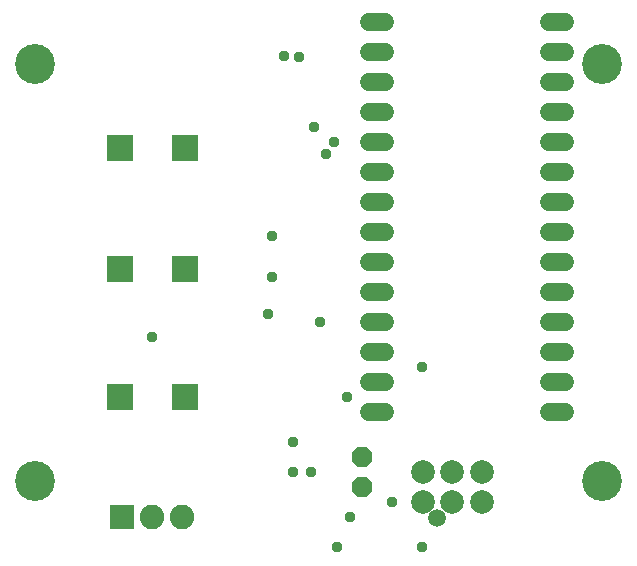
<source format=gbr>
G04 EAGLE Gerber RS-274X export*
G75*
%MOMM*%
%FSLAX34Y34*%
%LPD*%
%INSoldermask Bottom*%
%IPPOS*%
%AMOC8*
5,1,8,0,0,1.08239X$1,22.5*%
G01*
%ADD10C,3.378200*%
%ADD11C,2.003200*%
%ADD12C,1.503200*%
%ADD13R,2.303200X2.303200*%
%ADD14C,1.511200*%
%ADD15R,2.082800X2.082800*%
%ADD16C,2.082800*%
%ADD17P,1.869504X8X202.500000*%
%ADD18C,0.959600*%


D10*
X1120140Y370840D03*
X1120140Y17780D03*
X1600200Y17780D03*
X1600200Y370840D03*
D11*
X1473200Y0D03*
X1473200Y25000D03*
X1498200Y25000D03*
X1498200Y0D03*
X1448200Y0D03*
X1448200Y25000D03*
D12*
X1460700Y-13400D03*
D13*
X1191700Y88900D03*
X1246700Y88900D03*
X1191700Y299720D03*
X1246700Y299720D03*
D14*
X1555560Y381000D02*
X1568640Y381000D01*
X1568640Y76200D02*
X1555560Y76200D01*
X1555560Y101600D02*
X1568640Y101600D01*
X1568640Y127000D02*
X1555560Y127000D01*
X1555560Y152400D02*
X1568640Y152400D01*
X1568640Y177800D02*
X1555560Y177800D01*
X1555560Y203200D02*
X1568640Y203200D01*
X1568640Y228600D02*
X1555560Y228600D01*
X1555560Y254000D02*
X1568640Y254000D01*
X1568640Y279400D02*
X1555560Y279400D01*
X1555560Y304800D02*
X1568640Y304800D01*
X1416240Y76200D02*
X1403160Y76200D01*
X1403160Y101600D02*
X1416240Y101600D01*
X1416240Y254000D02*
X1403160Y254000D01*
X1403160Y279400D02*
X1416240Y279400D01*
X1416240Y304800D02*
X1403160Y304800D01*
X1403160Y330200D02*
X1416240Y330200D01*
X1416240Y406400D02*
X1403160Y406400D01*
X1555560Y406400D02*
X1568640Y406400D01*
X1568640Y355600D02*
X1555560Y355600D01*
X1555560Y330200D02*
X1568640Y330200D01*
X1416240Y381000D02*
X1403160Y381000D01*
X1403160Y355600D02*
X1416240Y355600D01*
X1416240Y127000D02*
X1403160Y127000D01*
X1403160Y228600D02*
X1416240Y228600D01*
X1416240Y203200D02*
X1403160Y203200D01*
X1403160Y177800D02*
X1416240Y177800D01*
X1416240Y152400D02*
X1403160Y152400D01*
D15*
X1193800Y-12700D03*
D16*
X1219200Y-12700D03*
X1244600Y-12700D03*
D13*
X1191700Y196850D03*
X1246700Y196850D03*
D17*
X1397000Y12700D03*
X1397000Y38100D03*
D18*
X1447800Y-38100D03*
X1375763Y-38100D03*
X1330960Y377190D03*
X1386840Y-12700D03*
X1343660Y376837D03*
X1447800Y114300D03*
X1422400Y0D03*
X1338862Y25400D03*
X1353538Y25400D03*
X1384300Y88900D03*
X1356360Y317500D03*
X1366520Y294640D03*
X1373152Y304800D03*
X1320800Y225425D03*
X1317625Y158750D03*
X1338580Y50800D03*
X1219200Y139700D03*
X1320800Y190500D03*
X1361440Y152400D03*
M02*

</source>
